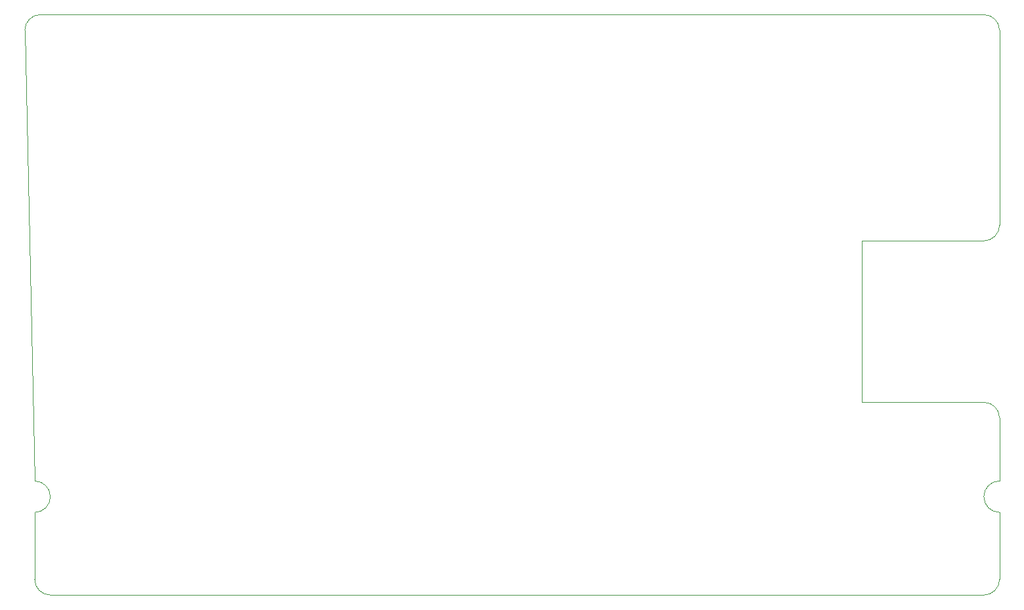
<source format=gbr>
G04 #@! TF.GenerationSoftware,KiCad,Pcbnew,(5.0.2)-1*
G04 #@! TF.CreationDate,2019-04-17T18:14:32-05:00*
G04 #@! TF.ProjectId,ArmDriveBoard_Hardware,41726d44-7269-4766-9542-6f6172645f48,rev?*
G04 #@! TF.SameCoordinates,Original*
G04 #@! TF.FileFunction,Profile,NP*
%FSLAX46Y46*%
G04 Gerber Fmt 4.6, Leading zero omitted, Abs format (unit mm)*
G04 Created by KiCad (PCBNEW (5.0.2)-1) date 4/17/2019 6:14:32 PM*
%MOMM*%
%LPD*%
G01*
G04 APERTURE LIST*
%ADD10C,0.100000*%
G04 APERTURE END LIST*
D10*
X253238000Y-83820000D02*
X131572000Y-83820000D01*
X255270000Y-110998000D02*
X255270000Y-85852000D01*
X237490000Y-113030000D02*
X253238000Y-113030000D01*
X237490000Y-133858000D02*
X237490000Y-113030000D01*
X253238000Y-133858000D02*
X237490000Y-133858000D01*
X255270000Y-144018000D02*
X255270000Y-135890000D01*
X255270000Y-156718000D02*
X255270000Y-148082000D01*
X132842000Y-158750000D02*
X253238000Y-158750000D01*
X130810000Y-148082000D02*
X130810000Y-156718000D01*
X129540000Y-85852000D02*
X130810000Y-144018000D01*
X253238000Y-83820000D02*
G75*
G02X255270000Y-85852000I0J-2032000D01*
G01*
X129540000Y-85852000D02*
G75*
G02X131572000Y-83820000I2032000J0D01*
G01*
X130810000Y-144018000D02*
G75*
G02X132842000Y-146050000I0J-2032000D01*
G01*
X132842000Y-146050000D02*
G75*
G02X130810000Y-148082000I-2032000J0D01*
G01*
X132842000Y-158750000D02*
G75*
G02X130810000Y-156718000I0J2032000D01*
G01*
X255270000Y-156718000D02*
G75*
G02X253238000Y-158750000I-2032000J0D01*
G01*
X255270000Y-148082000D02*
G75*
G02X253238000Y-146050000I0J2032000D01*
G01*
X253238000Y-146050000D02*
G75*
G02X255270000Y-144018000I2032000J0D01*
G01*
X253238000Y-133858000D02*
G75*
G02X255270000Y-135890000I0J-2032000D01*
G01*
X255270000Y-110998000D02*
G75*
G02X253238000Y-113030000I-2032000J0D01*
G01*
M02*

</source>
